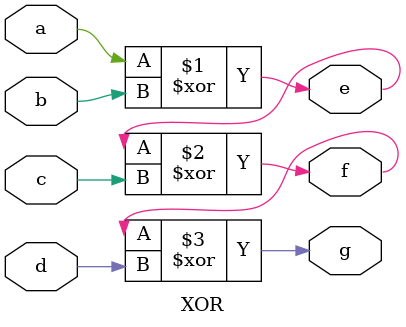
<source format=v>
`timescale 1ns / 1ps

module XOR(
    input a, b, c, d,
    output e, f, g
    );
    
assign e = a^b;
assign f = e^c;
assign g = f^d;

endmodule

</source>
